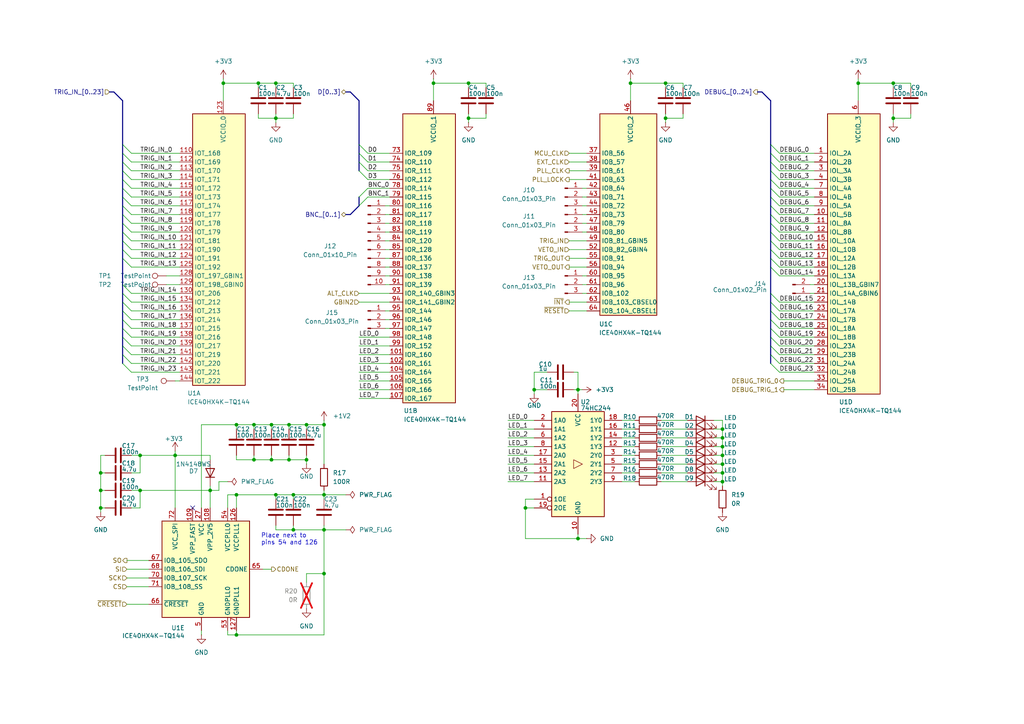
<source format=kicad_sch>
(kicad_sch (version 20250114) (generator "eeschema") (generator_version "9.0")
  (paper "A4")
  (text "Place next to\npins 54 and 126\n" (at 75.692 156.464 0) (effects (font (size 1.27 1.27)) (justify left)))
  (junction (at 50.8 132.08))
  (junction (at 78.74 123.19))
  (junction (at 29.21 142.24))
  (junction (at 209.55 134.62))
  (junction (at 93.98 123.19))
  (junction (at 154.94 113.03))
  (junction (at 73.66 123.19))
  (junction (at 64.77 24.13))
  (junction (at 209.55 129.54))
  (junction (at 83.82 123.19))
  (junction (at 259.08 34.29))
  (junction (at 152.4 147.32))
  (junction (at 29.21 137.16))
  (junction (at 193.04 24.13))
  (junction (at 73.66 133.35))
  (junction (at 248.92 24.13))
  (junction (at 259.08 24.13))
  (junction (at 80.01 143.51))
  (junction (at 80.01 24.13))
  (junction (at 93.98 143.51))
  (junction (at 209.55 137.16))
  (junction (at 85.09 153.67))
  (junction (at 135.89 24.13))
  (junction (at 167.64 113.03))
  (junction (at 209.55 124.46))
  (junction (at 74.93 24.13))
  (junction (at 209.55 127))
  (junction (at 85.09 143.51))
  (junction (at 193.04 34.29))
  (junction (at 182.88 24.13))
  (junction (at 80.01 34.29))
  (junction (at 135.89 34.29))
  (junction (at 68.58 123.19))
  (junction (at 93.98 153.67))
  (junction (at 93.98 166.37))
  (junction (at 78.74 133.35))
  (junction (at 209.55 139.7))
  (junction (at 167.64 156.21))
  (junction (at 83.82 133.35))
  (junction (at 29.21 147.32))
  (junction (at 88.9 133.35))
  (junction (at 40.64 132.08))
  (junction (at 209.55 132.08))
  (junction (at 125.73 24.13))
  (junction (at 60.96 142.24))
  (junction (at 40.64 142.24))
  (junction (at 88.9 123.19))
  (junction (at 68.58 143.51))
  (junction (at 68.58 184.15))
  (no_connect (at 55.88 147.32))
  (bus_entry (at 35.56 82.55) (size 2.54 2.54))
  (bus_entry (at 223.52 90.17) (size 2.54 2.54))
  (bus_entry (at 223.52 74.93) (size 2.54 2.54))
  (bus_entry (at 223.52 72.39) (size 2.54 2.54))
  (bus_entry (at 223.52 46.99) (size 2.54 2.54))
  (bus_entry (at 35.56 92.71) (size 2.54 2.54))
  (bus_entry (at 35.56 97.79) (size 2.54 2.54))
  (bus_entry (at 35.56 74.93) (size 2.54 2.54))
  (bus_entry (at 223.52 92.71) (size 2.54 2.54))
  (bus_entry (at 223.52 54.61) (size 2.54 2.54))
  (bus_entry (at 35.56 44.45) (size 2.54 2.54))
  (bus_entry (at 104.14 41.91) (size 2.54 2.54))
  (bus_entry (at 35.56 90.17) (size 2.54 2.54))
  (bus_entry (at 223.52 57.15) (size 2.54 2.54))
  (bus_entry (at 35.56 54.61) (size 2.54 2.54))
  (bus_entry (at 106.68 54.61) (size -2.54 2.54))
  (bus_entry (at 223.52 85.09) (size 2.54 2.54))
  (bus_entry (at 35.56 64.77) (size 2.54 2.54))
  (bus_entry (at 223.52 97.79) (size 2.54 2.54))
  (bus_entry (at 35.56 62.23) (size 2.54 2.54))
  (bus_entry (at 35.56 52.07) (size 2.54 2.54))
  (bus_entry (at 35.56 85.09) (size 2.54 2.54))
  (bus_entry (at 35.56 67.31) (size 2.54 2.54))
  (bus_entry (at 35.56 69.85) (size 2.54 2.54))
  (bus_entry (at 35.56 57.15) (size 2.54 2.54))
  (bus_entry (at 35.56 46.99) (size 2.54 2.54))
  (bus_entry (at 35.56 100.33) (size 2.54 2.54))
  (bus_entry (at 35.56 102.87) (size 2.54 2.54))
  (bus_entry (at 35.56 95.25) (size 2.54 2.54))
  (bus_entry (at 35.56 87.63) (size 2.54 2.54))
  (bus_entry (at 106.68 57.15) (size -2.54 2.54))
  (bus_entry (at 223.52 59.69) (size 2.54 2.54))
  (bus_entry (at 223.52 69.85) (size 2.54 2.54))
  (bus_entry (at 223.52 102.87) (size 2.54 2.54))
  (bus_entry (at 223.52 41.91) (size 2.54 2.54))
  (bus_entry (at 104.14 46.99) (size 2.54 2.54))
  (bus_entry (at 35.56 41.91) (size 2.54 2.54))
  (bus_entry (at 223.52 100.33) (size 2.54 2.54))
  (bus_entry (at 35.56 72.39) (size 2.54 2.54))
  (bus_entry (at 104.14 49.53) (size 2.54 2.54))
  (bus_entry (at 223.52 62.23) (size 2.54 2.54))
  (bus_entry (at 223.52 52.07) (size 2.54 2.54))
  (bus_entry (at 223.52 105.41) (size 2.54 2.54))
  (bus_entry (at 223.52 95.25) (size 2.54 2.54))
  (bus_entry (at 35.56 49.53) (size 2.54 2.54))
  (bus_entry (at 35.56 59.69) (size 2.54 2.54))
  (bus_entry (at 223.52 49.53) (size 2.54 2.54))
  (bus_entry (at 223.52 44.45) (size 2.54 2.54))
  (bus_entry (at 223.52 67.31) (size 2.54 2.54))
  (bus_entry (at 104.14 44.45) (size 2.54 2.54))
  (bus_entry (at 223.52 64.77) (size 2.54 2.54))
  (bus_entry (at 35.56 105.41) (size 2.54 2.54))
  (bus_entry (at 223.52 87.63) (size 2.54 2.54))
  (bus_entry (at 223.52 77.47) (size 2.54 2.54))
  (wire (pts (xy 68.58 184.15) (xy 93.98 184.15)))
  (wire (pts (xy 68.58 123.19) (xy 68.58 124.46)))
  (bus (pts (xy 35.56 102.87) (xy 35.56 105.41)))
  (wire (pts (xy 165.1 49.53) (xy 170.18 49.53)))
  (wire (pts (xy 38.1 74.93) (xy 52.07 74.93)))
  (wire (pts (xy 147.32 127) (xy 154.94 127)))
  (wire (pts (xy 60.96 140.97) (xy 60.96 142.24)))
  (bus (pts (xy 223.52 77.47) (xy 223.52 74.93)))
  (wire (pts (xy 207.01 134.62) (xy 209.55 134.62)))
  (wire (pts (xy 226.06 46.99) (xy 236.22 46.99)))
  (wire (pts (xy 104.14 105.41) (xy 113.03 105.41)))
  (wire (pts (xy 180.34 132.08) (xy 184.15 132.08)))
  (wire (pts (xy 111.76 74.93) (xy 113.03 74.93)))
  (wire (pts (xy 88.9 166.37) (xy 93.98 166.37)))
  (wire (pts (xy 168.91 54.61) (xy 170.18 54.61)))
  (wire (pts (xy 135.89 34.29) (xy 135.89 35.56)))
  (wire (pts (xy 226.06 87.63) (xy 236.22 87.63)))
  (wire (pts (xy 85.09 153.67) (xy 93.98 153.67)))
  (wire (pts (xy 68.58 182.88) (xy 68.58 184.15)))
  (wire (pts (xy 73.66 123.19) (xy 73.66 124.46)))
  (wire (pts (xy 80.01 152.4) (xy 80.01 153.67)))
  (wire (pts (xy 180.34 134.62) (xy 184.15 134.62)))
  (wire (pts (xy 38.1 69.85) (xy 52.07 69.85)))
  (wire (pts (xy 111.76 62.23) (xy 113.03 62.23)))
  (wire (pts (xy 140.97 24.13) (xy 140.97 25.4)))
  (wire (pts (xy 207.01 137.16) (xy 209.55 137.16)))
  (wire (pts (xy 106.68 52.07) (xy 113.03 52.07)))
  (wire (pts (xy 180.34 129.54) (xy 184.15 129.54)))
  (wire (pts (xy 38.1 132.08) (xy 40.64 132.08)))
  (wire (pts (xy 111.76 59.69) (xy 113.03 59.69)))
  (wire (pts (xy 66.04 184.15) (xy 68.58 184.15)))
  (bus (pts (xy 223.52 46.99) (xy 223.52 44.45)))
  (wire (pts (xy 154.94 144.78) (xy 152.4 144.78)))
  (bus (pts (xy 35.56 62.23) (xy 35.56 64.77)))
  (wire (pts (xy 191.77 129.54) (xy 199.39 129.54)))
  (wire (pts (xy 125.73 22.86) (xy 125.73 24.13)))
  (wire (pts (xy 259.08 24.13) (xy 264.16 24.13)))
  (wire (pts (xy 168.91 64.77) (xy 170.18 64.77)))
  (wire (pts (xy 106.68 54.61) (xy 113.03 54.61)))
  (bus (pts (xy 35.56 90.17) (xy 35.56 92.71)))
  (bus (pts (xy 35.56 44.45) (xy 35.56 46.99)))
  (wire (pts (xy 40.64 142.24) (xy 60.96 142.24)))
  (bus (pts (xy 104.14 46.99) (xy 104.14 44.45)))
  (wire (pts (xy 38.1 107.95) (xy 52.07 107.95)))
  (wire (pts (xy 38.1 64.77) (xy 52.07 64.77)))
  (wire (pts (xy 147.32 137.16) (xy 154.94 137.16)))
  (wire (pts (xy 74.93 24.13) (xy 64.77 24.13)))
  (wire (pts (xy 36.83 175.26) (xy 43.18 175.26)))
  (wire (pts (xy 36.83 165.1) (xy 43.18 165.1)))
  (wire (pts (xy 73.66 123.19) (xy 78.74 123.19)))
  (wire (pts (xy 226.06 44.45) (xy 236.22 44.45)))
  (bus (pts (xy 223.52 41.91) (xy 223.52 29.21)))
  (wire (pts (xy 38.1 54.61) (xy 52.07 54.61)))
  (wire (pts (xy 88.9 133.35) (xy 83.82 133.35)))
  (wire (pts (xy 226.06 92.71) (xy 236.22 92.71)))
  (wire (pts (xy 168.91 85.09) (xy 170.18 85.09)))
  (wire (pts (xy 36.83 162.56) (xy 43.18 162.56)))
  (wire (pts (xy 165.1 46.99) (xy 170.18 46.99)))
  (wire (pts (xy 207.01 127) (xy 209.55 127)))
  (wire (pts (xy 38.1 137.16) (xy 40.64 137.16)))
  (bus (pts (xy 223.52 87.63) (xy 223.52 85.09)))
  (bus (pts (xy 104.14 41.91) (xy 104.14 29.21)))
  (wire (pts (xy 66.04 182.88) (xy 66.04 184.15)))
  (wire (pts (xy 80.01 25.4) (xy 80.01 24.13)))
  (wire (pts (xy 93.98 184.15) (xy 93.98 166.37)))
  (wire (pts (xy 50.8 132.08) (xy 50.8 147.32)))
  (wire (pts (xy 193.04 24.13) (xy 182.88 24.13)))
  (wire (pts (xy 73.66 133.35) (xy 78.74 133.35)))
  (wire (pts (xy 38.1 77.47) (xy 52.07 77.47)))
  (wire (pts (xy 168.91 62.23) (xy 170.18 62.23)))
  (bus (pts (xy 35.56 74.93) (xy 35.56 82.55)))
  (wire (pts (xy 111.76 82.55) (xy 113.03 82.55)))
  (bus (pts (xy 104.14 57.15) (xy 104.14 59.69)))
  (wire (pts (xy 125.73 24.13) (xy 125.73 29.21)))
  (bus (pts (xy 35.56 41.91) (xy 35.56 44.45)))
  (wire (pts (xy 226.06 97.79) (xy 236.22 97.79)))
  (wire (pts (xy 38.1 147.32) (xy 40.64 147.32)))
  (bus (pts (xy 223.52 102.87) (xy 223.52 100.33)))
  (wire (pts (xy 48.26 80.01) (xy 52.07 80.01)))
  (wire (pts (xy 180.34 127) (xy 184.15 127)))
  (wire (pts (xy 111.76 77.47) (xy 113.03 77.47)))
  (wire (pts (xy 29.21 137.16) (xy 29.21 142.24)))
  (bus (pts (xy 35.56 49.53) (xy 35.56 52.07)))
  (wire (pts (xy 30.48 142.24) (xy 29.21 142.24)))
  (bus (pts (xy 223.52 67.31) (xy 223.52 64.77)))
  (wire (pts (xy 60.96 133.35) (xy 60.96 132.08)))
  (wire (pts (xy 191.77 124.46) (xy 199.39 124.46)))
  (wire (pts (xy 226.06 95.25) (xy 236.22 95.25)))
  (bus (pts (xy 223.52 72.39) (xy 223.52 69.85)))
  (wire (pts (xy 154.94 107.95) (xy 154.94 113.03)))
  (wire (pts (xy 83.82 123.19) (xy 78.74 123.19)))
  (bus (pts (xy 35.56 87.63) (xy 35.56 90.17)))
  (wire (pts (xy 264.16 24.13) (xy 264.16 25.4)))
  (bus (pts (xy 223.52 57.15) (xy 223.52 54.61)))
  (wire (pts (xy 30.48 147.32) (xy 29.21 147.32)))
  (wire (pts (xy 88.9 133.35) (xy 88.9 134.62)))
  (wire (pts (xy 209.55 134.62) (xy 209.55 132.08)))
  (wire (pts (xy 85.09 24.13) (xy 85.09 25.4)))
  (wire (pts (xy 209.55 132.08) (xy 209.55 129.54)))
  (wire (pts (xy 88.9 123.19) (xy 88.9 124.46)))
  (wire (pts (xy 29.21 137.16) (xy 29.21 132.08)))
  (wire (pts (xy 167.64 156.21) (xy 167.64 154.94)))
  (wire (pts (xy 209.55 137.16) (xy 209.55 134.62)))
  (wire (pts (xy 135.89 24.13) (xy 140.97 24.13)))
  (wire (pts (xy 104.14 115.57) (xy 113.03 115.57)))
  (wire (pts (xy 50.8 130.81) (xy 50.8 132.08)))
  (wire (pts (xy 80.01 24.13) (xy 74.93 24.13)))
  (wire (pts (xy 209.55 137.16) (xy 209.55 139.7)))
  (bus (pts (xy 104.14 49.53) (xy 104.14 46.99)))
  (wire (pts (xy 78.74 132.08) (xy 78.74 133.35)))
  (bus (pts (xy 223.52 64.77) (xy 223.52 62.23)))
  (wire (pts (xy 106.68 46.99) (xy 113.03 46.99)))
  (wire (pts (xy 83.82 123.19) (xy 83.82 124.46)))
  (wire (pts (xy 135.89 24.13) (xy 125.73 24.13)))
  (wire (pts (xy 226.06 67.31) (xy 236.22 67.31)))
  (bus (pts (xy 223.52 92.71) (xy 223.52 90.17)))
  (wire (pts (xy 85.09 143.51) (xy 85.09 144.78)))
  (wire (pts (xy 226.06 54.61) (xy 236.22 54.61)))
  (wire (pts (xy 147.32 124.46) (xy 154.94 124.46)))
  (wire (pts (xy 38.1 97.79) (xy 52.07 97.79)))
  (wire (pts (xy 111.76 80.01) (xy 113.03 80.01)))
  (wire (pts (xy 165.1 72.39) (xy 170.18 72.39)))
  (wire (pts (xy 191.77 134.62) (xy 199.39 134.62)))
  (bus (pts (xy 35.56 64.77) (xy 35.56 67.31)))
  (wire (pts (xy 93.98 153.67) (xy 93.98 152.4)))
  (wire (pts (xy 38.1 100.33) (xy 52.07 100.33)))
  (wire (pts (xy 209.55 129.54) (xy 209.55 127)))
  (wire (pts (xy 106.68 57.15) (xy 113.03 57.15)))
  (wire (pts (xy 64.77 24.13) (xy 64.77 29.21)))
  (wire (pts (xy 40.64 147.32) (xy 40.64 142.24)))
  (wire (pts (xy 104.14 107.95) (xy 113.03 107.95)))
  (wire (pts (xy 226.06 102.87) (xy 236.22 102.87)))
  (wire (pts (xy 226.06 80.01) (xy 236.22 80.01)))
  (wire (pts (xy 106.68 49.53) (xy 113.03 49.53)))
  (wire (pts (xy 264.16 33.02) (xy 264.16 34.29)))
  (wire (pts (xy 111.76 67.31) (xy 113.03 67.31)))
  (wire (pts (xy 36.83 167.64) (xy 43.18 167.64)))
  (wire (pts (xy 88.9 132.08) (xy 88.9 133.35)))
  (wire (pts (xy 93.98 121.92) (xy 93.98 123.19)))
  (wire (pts (xy 104.14 110.49) (xy 113.03 110.49)))
  (wire (pts (xy 50.8 110.49) (xy 52.07 110.49)))
  (wire (pts (xy 74.93 25.4) (xy 74.93 24.13)))
  (wire (pts (xy 165.1 90.17) (xy 170.18 90.17)))
  (bus (pts (xy 35.56 100.33) (xy 35.56 102.87)))
  (wire (pts (xy 193.04 25.4) (xy 193.04 24.13)))
  (wire (pts (xy 29.21 147.32) (xy 29.21 142.24)))
  (wire (pts (xy 104.14 113.03) (xy 113.03 113.03)))
  (wire (pts (xy 152.4 144.78) (xy 152.4 147.32)))
  (wire (pts (xy 147.32 129.54) (xy 154.94 129.54)))
  (bus (pts (xy 223.52 49.53) (xy 223.52 46.99)))
  (wire (pts (xy 259.08 34.29) (xy 259.08 35.56)))
  (wire (pts (xy 191.77 139.7) (xy 199.39 139.7)))
  (bus (pts (xy 35.56 52.07) (xy 35.56 54.61)))
  (wire (pts (xy 30.48 137.16) (xy 29.21 137.16)))
  (wire (pts (xy 85.09 33.02) (xy 85.09 34.29)))
  (wire (pts (xy 147.32 139.7) (xy 154.94 139.7)))
  (wire (pts (xy 78.74 133.35) (xy 83.82 133.35)))
  (wire (pts (xy 140.97 33.02) (xy 140.97 34.29)))
  (wire (pts (xy 58.42 147.32) (xy 58.42 123.19)))
  (wire (pts (xy 182.88 24.13) (xy 182.88 29.21)))
  (wire (pts (xy 180.34 137.16) (xy 184.15 137.16)))
  (wire (pts (xy 68.58 147.32) (xy 68.58 143.51)))
  (wire (pts (xy 78.74 123.19) (xy 78.74 124.46)))
  (bus (pts (xy 101.6 26.67) (xy 104.14 29.21)))
  (wire (pts (xy 152.4 147.32) (xy 152.4 156.21)))
  (wire (pts (xy 48.26 82.55) (xy 52.07 82.55)))
  (wire (pts (xy 226.06 49.53) (xy 236.22 49.53)))
  (wire (pts (xy 104.14 87.63) (xy 113.03 87.63)))
  (wire (pts (xy 68.58 133.35) (xy 73.66 133.35)))
  (bus (pts (xy 35.56 29.21) (xy 33.02 26.67)))
  (wire (pts (xy 135.89 25.4) (xy 135.89 24.13)))
  (wire (pts (xy 166.37 107.95) (xy 167.64 107.95)))
  (bus (pts (xy 104.14 44.45) (xy 104.14 41.91)))
  (wire (pts (xy 104.14 102.87) (xy 113.03 102.87)))
  (wire (pts (xy 168.91 59.69) (xy 170.18 59.69)))
  (wire (pts (xy 147.32 121.92) (xy 154.94 121.92)))
  (bus (pts (xy 35.56 54.61) (xy 35.56 57.15)))
  (wire (pts (xy 111.76 72.39) (xy 113.03 72.39)))
  (wire (pts (xy 60.96 147.32) (xy 60.96 142.24)))
  (wire (pts (xy 88.9 166.37) (xy 88.9 168.91)))
  (wire (pts (xy 104.14 85.09) (xy 113.03 85.09)))
  (wire (pts (xy 38.1 67.31) (xy 52.07 67.31)))
  (wire (pts (xy 38.1 142.24) (xy 40.64 142.24)))
  (wire (pts (xy 209.55 121.92) (xy 207.01 121.92)))
  (wire (pts (xy 40.64 132.08) (xy 50.8 132.08)))
  (wire (pts (xy 66.04 147.32) (xy 66.04 143.51)))
  (wire (pts (xy 38.1 49.53) (xy 52.07 49.53)))
  (wire (pts (xy 191.77 121.92) (xy 199.39 121.92)))
  (wire (pts (xy 191.77 137.16) (xy 199.39 137.16)))
  (wire (pts (xy 180.34 139.7) (xy 184.15 139.7)))
  (wire (pts (xy 50.8 132.08) (xy 60.96 132.08)))
  (wire (pts (xy 58.42 182.88) (xy 58.42 184.15)))
  (wire (pts (xy 168.91 82.55) (xy 170.18 82.55)))
  (bus (pts (xy 35.56 85.09) (xy 35.56 87.63)))
  (wire (pts (xy 226.06 107.95) (xy 236.22 107.95)))
  (wire (pts (xy 259.08 25.4) (xy 259.08 24.13)))
  (bus (pts (xy 223.52 44.45) (xy 223.52 41.91)))
  (wire (pts (xy 226.06 62.23) (xy 236.22 62.23)))
  (wire (pts (xy 38.1 59.69) (xy 52.07 59.69)))
  (wire (pts (xy 248.92 22.86) (xy 248.92 24.13)))
  (wire (pts (xy 58.42 123.19) (xy 68.58 123.19)))
  (wire (pts (xy 198.12 24.13) (xy 198.12 25.4)))
  (wire (pts (xy 154.94 114.3) (xy 154.94 113.03)))
  (wire (pts (xy 209.55 124.46) (xy 209.55 121.92)))
  (wire (pts (xy 88.9 123.19) (xy 93.98 123.19)))
  (wire (pts (xy 93.98 143.51) (xy 100.33 143.51)))
  (bus (pts (xy 223.52 85.09) (xy 223.52 77.47)))
  (wire (pts (xy 234.95 85.09) (xy 236.22 85.09)))
  (wire (pts (xy 226.06 64.77) (xy 236.22 64.77)))
  (wire (pts (xy 226.06 69.85) (xy 236.22 69.85)))
  (wire (pts (xy 165.1 69.85) (xy 170.18 69.85)))
  (wire (pts (xy 226.06 77.47) (xy 236.22 77.47)))
  (wire (pts (xy 63.5 139.7) (xy 63.5 142.24)))
  (wire (pts (xy 147.32 134.62) (xy 154.94 134.62)))
  (wire (pts (xy 209.55 127) (xy 209.55 124.46)))
  (bus (pts (xy 223.52 97.79) (xy 223.52 95.25)))
  (wire (pts (xy 209.55 139.7) (xy 209.55 140.97)))
  (wire (pts (xy 168.91 80.01) (xy 170.18 80.01)))
  (wire (pts (xy 80.01 34.29) (xy 85.09 34.29)))
  (wire (pts (xy 207.01 139.7) (xy 209.55 139.7)))
  (wire (pts (xy 80.01 143.51) (xy 68.58 143.51)))
  (wire (pts (xy 165.1 52.07) (xy 170.18 52.07)))
  (wire (pts (xy 227.33 113.03) (xy 236.22 113.03)))
  (wire (pts (xy 76.2 165.1) (xy 78.74 165.1)))
  (wire (pts (xy 167.64 113.03) (xy 168.91 113.03)))
  (bus (pts (xy 223.52 54.61) (xy 223.52 52.07)))
  (wire (pts (xy 191.77 127) (xy 199.39 127)))
  (wire (pts (xy 248.92 24.13) (xy 248.92 29.21)))
  (wire (pts (xy 226.06 59.69) (xy 236.22 59.69)))
  (wire (pts (xy 38.1 62.23) (xy 52.07 62.23)))
  (wire (pts (xy 154.94 113.03) (xy 158.75 113.03)))
  (wire (pts (xy 104.14 97.79) (xy 113.03 97.79)))
  (bus (pts (xy 219.71 26.67) (xy 220.98 26.67)))
  (wire (pts (xy 193.04 34.29) (xy 198.12 34.29)))
  (wire (pts (xy 68.58 123.19) (xy 73.66 123.19)))
  (bus (pts (xy 35.56 59.69) (xy 35.56 62.23)))
  (wire (pts (xy 182.88 22.86) (xy 182.88 24.13)))
  (wire (pts (xy 167.64 156.21) (xy 170.18 156.21)))
  (wire (pts (xy 259.08 33.02) (xy 259.08 34.29)))
  (wire (pts (xy 207.01 124.46) (xy 209.55 124.46)))
  (wire (pts (xy 167.64 113.03) (xy 167.64 114.3)))
  (bus (pts (xy 100.33 62.23) (xy 101.6 62.23)))
  (wire (pts (xy 83.82 132.08) (xy 83.82 133.35)))
  (bus (pts (xy 31.75 26.67) (xy 33.02 26.67)))
  (wire (pts (xy 226.06 72.39) (xy 236.22 72.39)))
  (wire (pts (xy 152.4 156.21) (xy 167.64 156.21)))
  (bus (pts (xy 35.56 92.71) (xy 35.56 95.25)))
  (wire (pts (xy 165.1 77.47) (xy 170.18 77.47)))
  (wire (pts (xy 135.89 34.29) (xy 140.97 34.29)))
  (bus (pts (xy 35.56 46.99) (xy 35.56 49.53)))
  (wire (pts (xy 180.34 124.46) (xy 184.15 124.46)))
  (bus (pts (xy 223.52 69.85) (xy 223.52 67.31)))
  (wire (pts (xy 111.76 69.85) (xy 113.03 69.85)))
  (bus (pts (xy 100.33 26.67) (xy 101.6 26.67)))
  (wire (pts (xy 226.06 57.15) (xy 236.22 57.15)))
  (bus (pts (xy 35.56 72.39) (xy 35.56 74.93)))
  (wire (pts (xy 135.89 33.02) (xy 135.89 34.29)))
  (bus (pts (xy 220.98 26.67) (xy 223.52 29.21)))
  (wire (pts (xy 226.06 52.07) (xy 236.22 52.07)))
  (wire (pts (xy 152.4 147.32) (xy 154.94 147.32)))
  (wire (pts (xy 66.04 143.51) (xy 68.58 143.51)))
  (wire (pts (xy 38.1 92.71) (xy 52.07 92.71)))
  (wire (pts (xy 29.21 148.59) (xy 29.21 147.32)))
  (bus (pts (xy 35.56 57.15) (xy 35.56 59.69)))
  (bus (pts (xy 223.52 59.69) (xy 223.52 57.15)))
  (wire (pts (xy 165.1 44.45) (xy 170.18 44.45)))
  (wire (pts (xy 207.01 132.08) (xy 209.55 132.08)))
  (wire (pts (xy 259.08 34.29) (xy 264.16 34.29)))
  (wire (pts (xy 111.76 95.25) (xy 113.03 95.25)))
  (wire (pts (xy 226.06 74.93) (xy 236.22 74.93)))
  (wire (pts (xy 38.1 102.87) (xy 52.07 102.87)))
  (bus (pts (xy 223.52 74.93) (xy 223.52 72.39)))
  (wire (pts (xy 226.06 105.41) (xy 236.22 105.41)))
  (wire (pts (xy 38.1 44.45) (xy 52.07 44.45)))
  (bus (pts (xy 35.56 29.21) (xy 35.56 41.91)))
  (wire (pts (xy 166.37 113.03) (xy 167.64 113.03)))
  (wire (pts (xy 74.93 33.02) (xy 74.93 34.29)))
  (wire (pts (xy 64.77 22.86) (xy 64.77 24.13)))
  (wire (pts (xy 85.09 143.51) (xy 80.01 143.51)))
  (wire (pts (xy 85.09 152.4) (xy 85.09 153.67)))
  (wire (pts (xy 193.04 34.29) (xy 193.04 35.56)))
  (wire (pts (xy 38.1 95.25) (xy 52.07 95.25)))
  (wire (pts (xy 40.64 137.16) (xy 40.64 132.08)))
  (bus (pts (xy 223.52 105.41) (xy 223.52 102.87)))
  (wire (pts (xy 193.04 33.02) (xy 193.04 34.29)))
  (wire (pts (xy 80.01 153.67) (xy 85.09 153.67)))
  (bus (pts (xy 223.52 62.23) (xy 223.52 59.69)))
  (wire (pts (xy 111.76 92.71) (xy 113.03 92.71)))
  (wire (pts (xy 80.01 34.29) (xy 80.01 35.56)))
  (wire (pts (xy 93.98 142.24) (xy 93.98 143.51)))
  (wire (pts (xy 93.98 153.67) (xy 100.33 153.67)))
  (wire (pts (xy 38.1 85.09) (xy 52.07 85.09)))
  (wire (pts (xy 68.58 132.08) (xy 68.58 133.35)))
  (wire (pts (xy 93.98 166.37) (xy 93.98 153.67)))
  (wire (pts (xy 165.1 74.93) (xy 170.18 74.93)))
  (wire (pts (xy 80.01 24.13) (xy 85.09 24.13)))
  (wire (pts (xy 93.98 123.19) (xy 93.98 134.62)))
  (wire (pts (xy 154.94 107.95) (xy 158.75 107.95)))
  (wire (pts (xy 191.77 132.08) (xy 199.39 132.08)))
  (wire (pts (xy 30.48 132.08) (xy 29.21 132.08)))
  (bus (pts (xy 35.56 67.31) (xy 35.56 69.85)))
  (wire (pts (xy 207.01 129.54) (xy 209.55 129.54)))
  (wire (pts (xy 88.9 123.19) (xy 83.82 123.19)))
  (wire (pts (xy 38.1 90.17) (xy 52.07 90.17)))
  (wire (pts (xy 66.04 139.7) (xy 63.5 139.7)))
  (bus (pts (xy 223.52 90.17) (xy 223.52 87.63)))
  (wire (pts (xy 36.83 170.18) (xy 43.18 170.18)))
  (bus (pts (xy 35.56 95.25) (xy 35.56 97.79)))
  (wire (pts (xy 106.68 44.45) (xy 113.03 44.45)))
  (wire (pts (xy 226.06 100.33) (xy 236.22 100.33)))
  (bus (pts (xy 35.56 82.55) (xy 35.56 85.09)))
  (bus (pts (xy 35.56 69.85) (xy 35.56 72.39)))
  (bus (pts (xy 223.52 100.33) (xy 223.52 97.79)))
  (wire (pts (xy 38.1 72.39) (xy 52.07 72.39)))
  (wire (pts (xy 80.01 143.51) (xy 80.01 144.78)))
  (bus (pts (xy 223.52 95.25) (xy 223.52 92.71)))
  (bus (pts (xy 223.52 52.07) (xy 223.52 49.53)))
  (wire (pts (xy 111.76 90.17) (xy 113.03 90.17)))
  (wire (pts (xy 38.1 87.63) (xy 52.07 87.63)))
  (wire (pts (xy 104.14 100.33) (xy 113.03 100.33)))
  (wire (pts (xy 80.01 34.29) (xy 74.93 34.29)))
  (wire (pts (xy 73.66 132.08) (xy 73.66 133.35)))
  (wire (pts (xy 226.06 90.17) (xy 236.22 90.17)))
  (wire (pts (xy 38.1 57.15) (xy 52.07 57.15)))
  (bus (pts (xy 35.56 97.79) (xy 35.56 100.33)))
  (wire (pts (xy 93.98 143.51) (xy 85.09 143.51)))
  (wire (pts (xy 80.01 33.02) (xy 80.01 34.29)))
  (wire (pts (xy 198.12 33.02) (xy 198.12 34.29)))
  (wire (pts (xy 168.91 57.15) (xy 170.18 57.15)))
  (wire (pts (xy 147.32 132.08) (xy 154.94 132.08)))
  (wire (pts (xy 167.64 107.95) (xy 167.64 113.03)))
  (wire (pts (xy 234.95 82.55) (xy 236.22 82.55)))
  (wire (pts (xy 38.1 105.41) (xy 52.07 105.41)))
  (wire (pts (xy 38.1 52.07) (xy 52.07 52.07)))
  (wire (pts (xy 111.76 64.77) (xy 113.03 64.77)))
  (wire (pts (xy 193.04 24.13) (xy 198.12 24.13)))
  (wire (pts (xy 63.5 142.24) (xy 60.96 142.24)))
  (wire (pts (xy 180.34 121.92) (xy 184.15 121.92)))
  (wire (pts (xy 227.33 110.49) (xy 236.22 110.49)))
  (wire (pts (xy 259.08 24.13) (xy 248.92 24.13)))
  (wire (pts (xy 165.1 87.63) (xy 170.18 87.63)))
  (bus (pts (xy 104.14 59.69) (xy 101.6 62.23)))
  (wire (pts (xy 168.91 67.31) (xy 170.18 67.31)))
  (wire (pts (xy 38.1 46.99) (xy 52.07 46.99)))
  (wire (pts (xy 93.98 143.51) (xy 93.98 144.78)))
  (label "TRIG_IN_14" (at 40.64 85.09 0))
  (label "LED_2" (at 104.14 102.87 0))
  (label "DEBUG_20" (at 226.06 100.33 0))
  (label "TRIG_IN_11" (at 40.64 72.39 0))
  (label "BNC_0" (at 106.68 54.61 0))
  (label "DEBUG_1" (at 226.06 46.99 0))
  (label "TRIG_IN_21" (at 40.64 102.87 0))
  (label "TRIG_IN_18" (at 40.64 95.25 0))
  (label "DEBUG_18" (at 226.06 95.25 0))
  (label "TRIG_IN_2" (at 40.64 49.53 0))
  (label "LED_6" (at 147.32 137.16 0))
  (label "DEBUG_13" (at 226.06 77.47 0))
  (label "TRIG_IN_0" (at 40.64 44.45 0))
  (label "DEBUG_10" (at 226.06 69.85 0))
  (label "D3" (at 106.68 52.07 0))
  (label "TRIG_IN_15" (at 40.64 87.63 0))
  (label "LED_1" (at 147.32 124.46 0))
  (label "TRIG_IN_4" (at 40.64 54.61 0))
  (label "LED_3" (at 147.32 129.54 0))
  (label "DEBUG_19" (at 226.06 97.79 0))
  (label "TRIG_IN_9" (at 40.64 67.31 0))
  (label "D0" (at 106.68 44.45 0))
  (label "DEBUG_5" (at 226.06 57.15 0))
  (label "LED_0" (at 104.14 97.79 0))
  (label "LED_4" (at 147.32 132.08 0))
  (label "TRIG_IN_3" (at 40.64 52.07 0))
  (label "TRIG_IN_22" (at 40.64 105.41 0))
  (label "DEBUG_15" (at 226.06 87.63 0))
  (label "D2" (at 106.68 49.53 0))
  (label "DEBUG_6" (at 226.06 59.69 0))
  (label "TRIG_IN_8" (at 40.64 64.77 0))
  (label "TRIG_IN_17" (at 40.64 92.71 0))
  (label "LED_1" (at 104.14 100.33 0))
  (label "D1" (at 106.68 46.99 0))
  (label "DEBUG_9" (at 226.06 67.31 0))
  (label "DEBUG_17" (at 226.06 92.71 0))
  (label "DEBUG_22" (at 226.06 105.41 0))
  (label "TRIG_IN_6" (at 40.64 59.69 0))
  (label "TRIG_IN_12" (at 40.64 74.93 0))
  (label "LED_5" (at 104.14 110.49 0))
  (label "LED_4" (at 104.14 107.95 0))
  (label "TRIG_IN_7" (at 40.64 62.23 0))
  (label "TRIG_IN_19" (at 40.64 97.79 0))
  (label "DEBUG_11" (at 226.06 72.39 0))
  (label "DEBUG_16" (at 226.06 90.17 0))
  (label "TRIG_IN_13" (at 40.64 77.47 0))
  (label "LED_7" (at 147.32 139.7 0))
  (label "TRIG_IN_23" (at 40.64 107.95 0))
  (label "TRIG_IN_16" (at 40.64 90.17 0))
  (label "LED_7" (at 104.14 115.57 0))
  (label "DEBUG_12" (at 226.06 74.93 0))
  (label "TRIG_IN_20" (at 40.64 100.33 0))
  (label "DEBUG_3" (at 226.06 52.07 0))
  (label "BNC_1" (at 106.68 57.15 0))
  (label "DEBUG_14" (at 226.06 80.01 0))
  (label "TRIG_IN_5" (at 40.64 57.15 0))
  (label "DEBUG_23" (at 226.06 107.95 0))
  (label "DEBUG_2" (at 226.06 49.53 0))
  (label "LED_6" (at 104.14 113.03 0))
  (label "DEBUG_7" (at 226.06 62.23 0))
  (label "TRIG_IN_10" (at 40.64 69.85 0))
  (label "DEBUG_4" (at 226.06 54.61 0))
  (label "LED_5" (at 147.32 134.62 0))
  (label "DEBUG_0" (at 226.06 44.45 0))
  (label "DEBUG_21" (at 226.06 102.87 0))
  (label "LED_2" (at 147.32 127 0))
  (label "LED_3" (at 104.14 105.41 0))
  (label "DEBUG_8" (at 226.06 64.77 0))
  (label "TRIG_IN_1" (at 40.64 46.99 0))
  (label "LED_0" (at 147.32 121.92 0))
  (hierarchical_label "VETO_OUT" (shape output) (at 165.1 77.47 180))
  (hierarchical_label "DEBUG_TRIG_1" (shape output) (at 227.33 113.03 180))
  (hierarchical_label "CDONE" (shape output) (at 78.74 165.1 0))
  (hierarchical_label "~{INT}" (shape output) (at 165.1 87.63 180))
  (hierarchical_label "GBIN2" (shape input) (at 104.14 87.63 180))
  (hierarchical_label "SCK" (shape input) (at 36.83 167.64 180))
  (hierarchical_label "CS" (shape input) (at 36.83 170.18 180))
  (hierarchical_label "~{RESET}" (shape input) (at 165.1 90.17 180))
  (hierarchical_label "~{CRESET}" (shape input) (at 36.83 175.26 180))
  (hierarchical_label "EXT_CLK" (shape input) (at 165.1 46.99 180))
  (hierarchical_label "DEBUG_[0..24]" (shape output) (at 219.71 26.67 180))
  (hierarchical_label "SO" (shape output) (at 36.83 162.56 180))
  (hierarchical_label "MCU_CLK" (shape input) (at 165.1 44.45 180))
  (hierarchical_label "TRIG_IN_[0..23]" (shape input) (at 31.75 26.67 180))
  (hierarchical_label "TRIG_OUT" (shape output) (at 165.1 74.93 180))
  (hierarchical_label "TRIG_IN" (shape input) (at 165.1 69.85 180))
  (hierarchical_label "ALT_CLK" (shape input) (at 104.14 85.09 180))
  (hierarchical_label "SI" (shape input) (at 36.83 165.1 180))
  (hierarchical_label "BNC_[0..1]" (shape bidirectional) (at 100.33 62.23 180))
  (hierarchical_label "VETO_IN" (shape input) (at 165.1 72.39 180))
  (hierarchical_label "D[0..3]" (shape bidirectional) (at 100.33 26.67 180))
  (hierarchical_label "PLL_LOCK" (shape output) (at 165.1 52.07 180))
  (hierarchical_label "PLL_CLK" (shape output) (at 165.1 49.53 180))
  (hierarchical_label "DEBUG_TRIG_0" (shape output) (at 227.33 110.49 180))
  (symbol (lib_id "Device:R") (at 187.96 124.46 270) (unit 1)
    (property "Reference" "R11" (at 182.626 123.444 90))
    (property "Value" "470R" (at 193.04 123.19 90))
    (property "Footprint" "Resistor_SMD:R_0402_1005Metric" (effects (hide yes)))
    (property "Description" "Resistor" (effects (hide yes)))
    (property "LCSC" "C25117" (effects (hide yes)))
  )
  (symbol (lib_id "FPGA_Lattice:ICE40HX4K-TQ144") (at 182.88 64.77 0) (unit 3)
    (property "Reference" "U1" (at 173.736 93.98 0) (effects (justify left)))
    (property "Value" "ICE40HX4K-TQ144" (at 173.736 96.52 0) (effects (justify left)))
    (property "Footprint" "Package_QFP:TQFP-144_20x20mm_P0.5mm" (effects (hide yes)))
    (property "Datasheet" "http://www.latticesemi.com/Products/FPGAandCPLD/iCE40" (effects (hide yes)))
    (property "Description" "iCE40 HX FPGA, 3520 LUTs, 1.2V, TQFP-144" (effects (hide yes)))
  )
  (symbol (lib_id "FPGA_Lattice:ICE40HX4K-TQ144") (at 64.77 74.93 0) (unit 1)
    (property "Reference" "U1" (at 54.356 114.046 0) (effects (justify left)))
    (property "Value" "ICE40HX4K-TQ144" (at 54.356 116.586 0) (effects (justify left)))
    (property "Footprint" "Package_QFP:TQFP-144_20x20mm_P0.5mm" (effects (hide yes)))
    (property "Datasheet" "http://www.latticesemi.com/Products/FPGAandCPLD/iCE40" (effects (hide yes)))
    (property "Description" "iCE40 HX FPGA, 3520 LUTs, 1.2V, TQFP-144" (effects (hide yes)))
  )
  (symbol (lib_id "Device:C") (at 74.93 29.21 0) (unit 1)
    (property "Reference" "C1" (at 74.93 25.4 0) (effects (justify left)))
    (property "Value" "100n" (at 74.93 27.1779 0) (effects (justify left)))
    (property "Footprint" "Capacitor_SMD:C_0402_1005Metric" (effects (hide yes)))
    (property "Description" "Unpolarized capacitor" (effects (hide yes)))
    (property "LCSC" "C307331" (effects (hide yes)))
  )
  (symbol (lib_id "FPGA_Lattice:ICE40HX4K-TQ144") (at 248.92 74.93 0) (unit 4)
    (property "Reference" "U1" (at 243.332 116.586 0) (effects (justify left)))
    (property "Value" "ICE40HX4K-TQ144" (at 243.332 119.126 0) (effects (justify left)))
    (property "Footprint" "Package_QFP:TQFP-144_20x20mm_P0.5mm" (effects (hide yes)))
    (property "Datasheet" "http://www.latticesemi.com/Products/FPGAandCPLD/iCE40" (effects (hide yes)))
    (property "Description" "iCE40 HX FPGA, 3520 LUTs, 1.2V, TQFP-144" (effects (hide yes)))
  )
  (symbol (lib_id "FPGA_Lattice:ICE40HX4K-TQ144") (at 125.73 77.47 0) (unit 2)
    (property "Reference" "U1" (at 117.094 119.126 0) (effects (justify left)))
    (property "Value" "ICE40HX4K-TQ144" (at 117.094 121.666 0) (effects (justify left)))
    (property "Footprint" "Package_QFP:TQFP-144_20x20mm_P0.5mm" (effects (hide yes)))
    (property "Datasheet" "http://www.latticesemi.com/Products/FPGAandCPLD/iCE40" (effects (hide yes)))
    (property "Description" "iCE40 HX FPGA, 3520 LUTs, 1.2V, TQFP-144" (effects (hide yes)))
  )
  (symbol (lib_id "Device:C") (at 88.9 128.27 0) (unit 1)
    (property "Reference" "C16" (at 88.9 124.46 0) (effects (justify left)))
    (property "Value" "4.7u" (at 88.9 126.2379 0) (effects (justify left)))
    (property "Footprint" "Capacitor_SMD:C_1206_3216Metric" (effects (hide yes)))
    (property "Description" "Unpolarized capacitor" (effects (hide yes)))
    (property "LCSC" "C29823" (effects (hide yes)))
  )
  (symbol (lib_id "Device:R") (at 187.96 134.62 270) (unit 1)
    (property "Reference" "R15" (at 182.626 133.604 90))
    (property "Value" "470R" (at 193.04 133.35 90))
    (property "Footprint" "Resistor_SMD:R_0402_1005Metric" (effects (hide yes)))
    (property "Description" "Resistor" (effects (hide yes)))
    (property "LCSC" "C25117" (effects (hide yes)))
  )
  (symbol (lib_id "Device:R") (at 187.96 139.7 270) (unit 1)
    (property "Reference" "R18" (at 182.626 138.684 90))
    (property "Value" "470R" (at 193.04 138.43 90))
    (property "Footprint" "Resistor_SMD:R_0402_1005Metric" (effects (hide yes)))
    (property "Description" "Resistor" (effects (hide yes)))
    (property "LCSC" "C25117" (effects (hide yes)))
  )
  (symbol (lib_id "power:GND") (at 209.55 148.59 0) (unit 1)
    (property "Reference" "#PWR016" (effects (hide yes)))
    (property "Value" "GND" (at 209.55 153.67 0))
    (property "Description" "Power symbol creates a global label with name \"GND\" , ground" (effects (hide yes)))
  )
  (symbol (lib_id "Connector:Conn_01x10_Pin") (at 106.68 69.85 0) (unit 1)
    (property "Reference" "J12" (at 95.758 71.374 0))
    (property "Value" "Conn_01x10_Pin" (at 95.758 73.914 0))
    (property "Footprint" "Connector_PinHeader_1.00mm:PinHeader_1x10_P1.00mm_Vertical_SMD_Pin1Left" (effects (hide yes)))
    (property "Description" "Generic connector, single row, 01x10, script generated" (effects (hide yes)))
  )
  (symbol (lib_id "power:GND") (at 170.18 156.21 90) (unit 1)
    (property "Reference" "#PWR017" (effects (hide yes)))
    (property "Value" "GND" (at 173.99 156.2099 90) (effects (justify right)))
    (property "Description" "Power symbol creates a global label with name \"GND\" , ground" (effects (hide yes)))
  )
  (symbol (lib_id "Device:C") (at 80.01 148.59 0) (unit 1)
    (property "Reference" "C21" (at 80.01 144.78 0) (effects (justify left)))
    (property "Value" "100n" (at 80.01 146.5579 0) (effects (justify left)))
    (property "Footprint" "Capacitor_SMD:C_0402_1005Metric" (effects (hide yes)))
    (property "Description" "Unpolarized capacitor" (effects (hide yes)))
    (property "LCSC" "C307331" (effects (hide yes)))
  )
  (symbol (lib_id "Device:R") (at 187.96 121.92 270) (unit 1)
    (property "Reference" "R10" (at 182.626 120.904 90))
    (property "Value" "470R" (at 193.04 120.65 90))
    (property "Footprint" "Resistor_SMD:R_0402_1005Metric" (effects (hide yes)))
    (property "Description" "Resistor" (effects (hide yes)))
    (property "LCSC" "C25117" (effects (hide yes)))
  )
  (symbol (lib_id "Device:C") (at 78.74 128.27 0) (unit 1)
    (property "Reference" "C14" (at 78.74 124.46 0) (effects (justify left)))
    (property "Value" "100n" (at 78.74 126.2379 0) (effects (justify left)))
    (property "Footprint" "Capacitor_SMD:C_0402_1005Metric" (effects (hide yes)))
    (property "Description" "Unpolarized capacitor" (effects (hide yes)))
    (property "LCSC" "C307331" (effects (hide yes)))
  )
  (symbol (lib_id "power:+3V3") (at 64.77 22.86 0) (unit 1)
    (property "Reference" "#PWR02" (effects (hide yes)))
    (property "Value" "+3V3" (at 64.77 17.78 0))
    (property "Description" "Power symbol creates a global label with name \"+3V3\"" (effects (hide yes)))
  )
  (symbol (lib_id "Device:R") (at 209.55 144.78 0) (unit 1)
    (property "Reference" "R19" (at 212.09 143.5099 0) (effects (justify left)))
    (property "Value" "0R" (at 212.09 146.0499 0) (effects (justify left)))
    (property "Footprint" "Resistor_SMD:R_0402_1005Metric" (effects (hide yes)))
    (property "Description" "Resistor" (effects (hide yes)))
    (property "LCSC" "C17168" (effects (hide yes)))
  )
  (symbol (lib_id "Device:LED") (at 203.2 124.46 0) (mirror y) (unit 1)
    (property "Reference" "D2" (at 199.898 123.444 0))
    (property "Value" "LED" (at 211.836 123.698 0))
    (property "Footprint" "LED_SMD:LED_0805_2012Metric" (effects (hide yes)))
    (property "Description" "Light emitting diode" (effects (hide yes)))
    (property "Sim.Pins" "1=K 2=A" (effects (hide yes)))
    (property "LCSC" "C2297" (effects (hide yes)))
  )
  (symbol (lib_id "Device:C") (at 34.29 132.08 270) (unit 1)
    (property "Reference" "C17" (at 35.306 129.286 90) (effects (justify left)))
    (property "Value" "100n" (at 35.306 131.0639 90) (effects (justify left)))
    (property "Footprint" "Capacitor_SMD:C_0402_1005Metric" (effects (hide yes)))
    (property "Description" "Unpolarized capacitor" (effects (hide yes)))
    (property "LCSC" "C307331" (effects (hide yes)))
  )
  (symbol (lib_id "power:+3V3") (at 125.73 22.86 0) (unit 1)
    (property "Reference" "#PWR03" (effects (hide yes)))
    (property "Value" "+3V3" (at 125.73 17.78 0))
    (property "Description" "Power symbol creates a global label with name \"+3V3\"" (effects (hide yes)))
  )
  (symbol (lib_id "Device:C") (at 93.98 148.59 0) (unit 1)
    (property "Reference" "C23" (at 93.98 144.78 0) (effects (justify left)))
    (property "Value" "4.7u" (at 93.98 146.5579 0) (effects (justify left)))
    (property "Footprint" "Capacitor_SMD:C_1206_3216Metric" (effects (hide yes)))
    (property "Description" "Unpolarized capacitor" (effects (hide yes)))
    (property "LCSC" "C29823" (effects (hide yes)))
  )
  (symbol (lib_id "Device:LED") (at 203.2 132.08 0) (mirror y) (unit 1)
    (property "Reference" "D5" (at 199.898 131.064 0))
    (property "Value" "LED" (at 211.836 131.318 0))
    (property "Footprint" "LED_SMD:LED_0805_2012Metric" (effects (hide yes)))
    (property "Description" "Light emitting diode" (effects (hide yes)))
    (property "Sim.Pins" "1=K 2=A" (effects (hide yes)))
    (property "LCSC" "C2297" (effects (hide yes)))
  )
  (symbol (lib_id "Device:R") (at 187.96 137.16 270) (unit 1)
    (property "Reference" "R16" (at 182.626 136.144 90))
    (property "Value" "470R" (at 193.04 135.89 90))
    (property "Footprint" "Resistor_SMD:R_0402_1005Metric" (effects (hide yes)))
    (property "Description" "Resistor" (effects (hide yes)))
    (property "LCSC" "C25117" (effects (hide yes)))
  )
  (symbol (lib_id "Device:R") (at 187.96 129.54 270) (unit 1)
    (property "Reference" "R13" (at 182.626 128.524 90))
    (property "Value" "470R" (at 193.04 128.27 90))
    (property "Footprint" "Resistor_SMD:R_0402_1005Metric" (effects (hide yes)))
    (property "Description" "Resistor" (effects (hide yes)))
    (property "LCSC" "C25117" (effects (hide yes)))
  )
  (symbol (lib_id "power:GND") (at 259.08 35.56 0) (unit 1)
    (property "Reference" "#PWR09" (effects (hide yes)))
    (property "Value" "GND" (at 259.08 40.64 0))
    (property "Description" "Power symbol creates a global label with name \"GND\" , ground" (effects (hide yes)))
  )
  (symbol (lib_id "Device:C") (at 140.97 29.21 0) (unit 1)
    (property "Reference" "C5" (at 140.97 25.4 0) (effects (justify left)))
    (property "Value" "100n" (at 140.97 27.1779 0) (effects (justify left)))
    (property "Footprint" "Capacitor_SMD:C_0402_1005Metric" (effects (hide yes)))
    (property "Description" "Unpolarized capacitor" (effects (hide yes)))
    (property "LCSC" "C307331" (effects (hide yes)))
  )
  (symbol (lib_id "Connector:TestPoint") (at 50.8 110.49 90) (mirror x) (unit 1)
    (property "Reference" "TP3" (at 41.402 109.982 90))
    (property "Value" "TestPoint" (at 41.402 112.522 90))
    (property "Footprint" "TestPoint:TestPoint_Pad_D1.0mm" (effects (hide yes)))
    (property "Description" "test point" (effects (hide yes)))
  )
  (symbol (lib_id "Device:C") (at 73.66 128.27 0) (unit 1)
    (property "Reference" "C13" (at 73.66 124.46 0) (effects (justify left)))
    (property "Value" "100n" (at 73.66 126.2379 0) (effects (justify left)))
    (property "Footprint" "Capacitor_SMD:C_0402_1005Metric" (effects (hide yes)))
    (property "Description" "Unpolarized capacitor" (effects (hide yes)))
    (property "LCSC" "C307331" (effects (hide yes)))
  )
  (symbol (lib_id "power:GND") (at 193.04 35.56 0) (unit 1)
    (property "Reference" "#PWR08" (effects (hide yes)))
    (property "Value" "GND" (at 193.04 40.64 0))
    (property "Description" "Power symbol creates a global label with name \"GND\" , ground" (effects (hide yes)))
  )
  (symbol (lib_id "power:GND") (at 88.9 176.53 0) (unit 1)
    (property "Reference" "#PWR018" (effects (hide yes)))
    (property "Value" "GND" (at 88.9 181.61 0))
    (property "Description" "Power symbol creates a global label with name \"GND\" , ground" (effects (hide yes)))
  )
  (symbol (lib_id "74xx:74HC244") (at 167.64 134.62 0) (unit 1)
    (property "Reference" "U2" (at 168.402 116.586 0) (effects (justify left)))
    (property "Value" "74HC244" (at 168.402 118.364 0) (effects (justify left)))
    (property "Footprint" "Package_SO:TSSOP-20_4.4x6.5mm_P0.65mm" (effects (hide yes)))
    (property "Datasheet" "https://assets.nexperia.com/documents/data-sheet/74HC_HCT244.pdf" (effects (hide yes)))
    (property "Description" "8-bit Buffer/Line Driver 3-state" (effects (hide yes)))
    (property "LCSC" "C6835" (effects (hide yes)))
  )
  (symbol (lib_id "Connector:Conn_01x03_Pin") (at 106.68 92.71 0) (unit 1)
    (property "Reference" "J15" (at 96.266 90.678 0))
    (property "Value" "Conn_01x03_Pin" (at 96.266 93.218 0))
    (property "Footprint" "Connector_PinHeader_1.00mm:PinHeader_1x03_P1.00mm_Vertical_SMD_Pin1Left" (effects (hide yes)))
    (property "Description" "Generic connector, single row, 01x03, script generated" (effects (hide yes)))
  )
  (symbol (lib_id "power:GND") (at 88.9 134.62 0) (unit 1)
    (property "Reference" "#PWR014" (effects (hide yes)))
    (property "Value" "GND" (at 88.9 138.176 0))
    (property "Description" "Power symbol creates a global label with name \"GND\" , ground" (effects (hide yes)))
  )
  (symbol (lib_id "Device:C") (at 264.16 29.21 0) (unit 1)
    (property "Reference" "C9" (at 264.16 25.4 0) (effects (justify left)))
    (property "Value" "100n" (at 264.16 27.1779 0) (effects (justify left)))
    (property "Footprint" "Capacitor_SMD:C_0402_1005Metric" (effects (hide yes)))
    (property "Description" "Unpolarized capacitor" (effects (hide yes)))
    (property "LCSC" "C307331" (effects (hide yes)))
  )
  (symbol (lib_id "Device:R") (at 187.96 132.08 270) (unit 1)
    (property "Reference" "R14" (at 182.626 131.064 90))
    (property "Value" "470R" (at 193.04 130.81 90))
    (property "Footprint" "Resistor_SMD:R_0402_1005Metric" (effects (hide yes)))
    (property "Description" "Resistor" (effects (hide yes)))
    (property "LCSC" "C25117" (effects (hide yes)))
  )
  (symbol (lib_id "Device:R") (at 88.9 172.72 0) (mirror y) (unit 1) (dnp yes)
    (property "Reference" "R20" (at 86.36 171.4499 0) (effects (justify left)))
    (property "Value" "0R" (at 86.36 173.9899 0) (effects (justify left)))
    (property "Footprint" "Resistor_SMD:R_0402_1005Metric" (effects (hide yes)))
    (property "Description" "Resistor" (effects (hide yes)))
  )
  (symbol (lib_id "Device:C") (at 34.29 137.16 270) (unit 1)
    (property "Reference" "C18" (at 35.306 134.366 90) (effects (justify left)))
    (property "Value" "4.7u" (at 35.306 136.1439 90) (effects (justify left)))
    (property "Footprint" "Capacitor_SMD:C_1206_3216Metric" (effects (hide yes)))
    (property "Description" "Unpolarized capacitor" (effects (hide yes)))
    (property "LCSC" "C29823" (effects (hide yes)))
  )
  (symbol (lib_id "Connector:Conn_01x03_Pin") (at 163.83 57.15 0) (unit 1)
    (property "Reference" "J10" (at 153.416 55.118 0))
    (property "Value" "Conn_01x03_Pin" (at 153.416 57.658 0))
    (property "Footprint" "Connector_PinHeader_1.00mm:PinHeader_1x03_P1.00mm_Vertical_SMD_Pin1Left" (effects (hide yes)))
    (property "Description" "Generic connector, single row, 01x03, script generated" (effects (hide yes)))
  )
  (symbol (lib_id "power:GND") (at 154.94 114.3 0) (unit 1)
    (property "Reference" "#PWR011" (effects (hide yes)))
    (property "Value" "GND" (at 154.94 117.602 0))
    (property "Description" "Power symbol creates a global label with name \"GND\" , ground" (effects (hide yes)))
  )
  (symbol (lib_id "power:GND") (at 80.01 35.56 0) (unit 1)
    (property "Reference" "#PWR06" (effects (hide yes)))
    (property "Value" "GND" (at 80.01 40.64 0))
    (property "Description" "Power symbol creates a global label with name \"GND\" , ground" (effects (hide yes)))
  )
  (symbol (lib_id "power:+1V2") (at 93.98 121.92 0) (unit 1)
    (property "Reference" "#PWR012" (effects (hide yes)))
    (property "Value" "+1V2" (at 96.52 120.6499 0) (effects (justify left)))
    (property "Description" "Power symbol creates a global label with name \"+1V2\"" (effects (hide yes)))
  )
  (symbol (lib_id "Device:R") (at 187.96 127 270) (unit 1)
    (property "Reference" "R12" (at 182.626 125.984 90))
    (property "Value" "470R" (at 193.04 125.73 90))
    (property "Footprint" "Resistor_SMD:R_0402_1005Metric" (effects (hide yes)))
    (property "Description" "Resistor" (effects (hide yes)))
    (property "LCSC" "C25117" (effects (hide yes)))
  )
  (symbol (lib_id "Device:LED") (at 203.2 134.62 0) (mirror y) (unit 1)
    (property "Reference" "D6" (at 199.898 133.604 0))
    (property "Value" "LED" (at 211.836 133.858 0))
    (property "Footprint" "LED_SMD:LED_0805_2012Metric" (effects (hide yes)))
    (property "Description" "Light emitting diode" (effects (hide yes)))
    (property "Sim.Pins" "1=K 2=A" (effects (hide yes)))
    (property "LCSC" "C2297" (effects (hide yes)))
  )
  (symbol (lib_id "power:+3V3") (at 50.8 130.81 0) (unit 1)
    (property "Reference" "#PWR013" (effects (hide yes)))
    (property "Value" "+3V3" (at 47.752 127.254 0) (effects (justify left)))
    (property "Description" "Power symbol creates a global label with name \"+3V3\"" (effects (hide yes)))
  )
  (symbol (lib_id "Device:C") (at 83.82 128.27 0) (unit 1)
    (property "Reference" "C15" (at 83.82 124.46 0) (effects (justify left)))
    (property "Value" "100n" (at 83.82 126.2379 0) (effects (justify left)))
    (property "Footprint" "Capacitor_SMD:C_0402_1005Metric" (effects (hide yes)))
    (property "Description" "Unpolarized capacitor" (effects (hide yes)))
    (property "LCSC" "C307331" (effects (hide yes)))
  )
  (symbol (lib_id "Device:C") (at 162.56 113.03 90) (unit 1)
    (property "Reference" "C11" (at 158.496 110.236 90))
    (property "Value" "100n" (at 159.004 112.014 90))
    (property "Footprint" "Capacitor_SMD:C_0402_1005Metric" (effects (hide yes)))
    (property "Description" "Unpolarized capacitor" (effects (hide yes)))
    (property "LCSC" "C307331" (effects (hide yes)))
  )
  (symbol (lib_id "Connector:Conn_01x03_Pin") (at 163.83 64.77 0) (unit 1)
    (property "Reference" "J11" (at 153.416 62.738 0))
    (property "Value" "Conn_01x03_Pin" (at 153.416 65.278 0))
    (property "Footprint" "Connector_PinHeader_1.00mm:PinHeader_1x03_P1.00mm_Vertical_SMD_Pin1Left" (effects (hide yes)))
    (property "Description" "Generic connector, single row, 01x03, script generated" (effects (hide yes)))
  )
  (symbol (lib_id "power:+3V3") (at 182.88 22.86 0) (unit 1)
    (property "Reference" "#PWR04" (effects (hide yes)))
    (property "Value" "+3V3" (at 182.88 17.78 0))
    (property "Description" "Power symbol creates a global label with name \"+3V3\"" (effects (hide yes)))
  )
  (symbol (lib_id "Device:C") (at 135.89 29.21 0) (unit 1)
    (property "Reference" "C4" (at 135.89 25.4 0) (effects (justify left)))
    (property "Value" "100n" (at 135.89 27.1779 0) (effects (justify left)))
    (property "Footprint" "Capacitor_SMD:C_0402_1005Metric" (effects (hide yes)))
    (property "Description" "Unpolarized capacitor" (effects (hide yes)))
    (property "LCSC" "C307331" (effects (hide yes)))
  )
  (symbol (lib_id "power:+3V3") (at 168.91 113.03 270) (unit 1)
    (property "Reference" "#PWR010" (effects (hide yes)))
    (property "Value" "+3V3" (at 172.72 113.0299 90) (effects (justify left)))
    (property "Description" "Power symbol creates a global label with name \"+3V3\"" (effects (hide yes)))
  )
  (symbol (lib_id "power:GND") (at 29.21 148.59 0) (unit 1)
    (property "Reference" "#PWR015" (effects (hide yes)))
    (property "Value" "GND" (at 29.21 153.67 0))
    (property "Description" "Power symbol creates a global label with name \"GND\" , ground" (effects (hide yes)))
  )
  (symbol (lib_id "Connector:Conn_01x02_Pin") (at 229.87 85.09 0) (mirror x) (unit 1)
    (property "Reference" "J14" (at 222.25 82.2959 0) (effects (justify right)))
    (property "Value" "Conn_01x02_Pin" (at 222.504 84.074 0) (effects (justify right)))
    (property "Footprint" "Connector_PinHeader_1.00mm:PinHeader_1x02_P1.00mm_Vertical_SMD_Pin1Left" (effects (hide yes)))
    (property "Description" "Generic connector, single row, 01x02, script generated" (effects (hide yes)))
  )
  (symbol (lib_id "Device:LED") (at 203.2 127 0) (mirror y) (unit 1)
    (property "Reference" "D3" (at 199.898 125.984 0))
    (property "Value" "LED" (at 211.836 126.238 0))
    (property "Footprint" "LED_SMD:LED_0805_2012Metric" (effects (hide yes)))
    (property "Description" "Light emitting diode" (effects (hide yes)))
    (property "Sim.Pins" "1=K 2=A" (effects (hide yes)))
    (property "LCSC" "C2297" (effects (hide yes)))
  )
  (symbol (lib_id "Device:C") (at 80.01 29.21 0) (unit 1)
    (property "Reference" "C2" (at 80.01 25.4 0) (effects (justify left)))
    (property "Value" "4.7u" (at 80.01 27.1779 0) (effects (justify left)))
    (property "Footprint" "Capacitor_SMD:C_1206_3216Metric" (effects (hide yes)))
    (property "Description" "Unpolarized capacitor" (effects (hide yes)))
    (property "LCSC" "C29823" (effects (hide yes)))
  )
  (symbol (lib_id "Device:C") (at 68.58 128.27 0) (unit 1)
    (property "Reference" "C12" (at 68.58 124.46 0) (effects (justify left)))
    (property "Value" "100n" (at 68.58 126.2379 0) (effects (justify left)))
    (property "Footprint" "Capacitor_SMD:C_0402_1005Metric" (effects (hide yes)))
    (property "Description" "Unpolarized capacitor" (effects (hide yes)))
    (property "LCSC" "C307331" (effects (hide yes)))
  )
  (symbol (lib_id "power:GND") (at 58.42 184.15 0) (unit 1)
    (property "Reference" "#PWR019" (effects (hide yes)))
    (property "Value" "GND" (at 58.42 189.23 0))
    (property "Description" "Power symbol creates a global label with name \"GND\" , ground" (effects (hide yes)))
  )
  (symbol (lib_id "Device:LED") (at 203.2 121.92 0) (mirror y) (unit 1)
    (property "Reference" "D1" (at 199.898 120.904 0))
    (property "Value" "LED" (at 211.836 121.158 0))
    (property "Footprint" "LED_SMD:LED_0805_2012Metric" (effects (hide yes)))
    (property "Description" "Light emitting diode" (effects (hide yes)))
    (property "Sim.Pins" "1=K 2=A" (effects (hide yes)))
    (property "LCSC" "C2297" (effects (hide yes)))
  )
  (symbol (lib_id "Device:LED") (at 203.2 129.54 0) (mirror y) (unit 1)
    (property "Reference" "D4" (at 199.898 128.524 0))
    (property "Value" "LED" (at 211.836 128.778 0))
    (property "Footprint" "LED_SMD:LED_0805_2012Metric" (effects (hide yes)))
    (property "Description" "Light emitting diode" (effects (hide yes)))
    (property "Sim.Pins" "1=K 2=A" (effects (hide yes)))
    (property "LCSC" "C2297" (effects (hide yes)))
  )
  (symbol (lib_id "Device:LED") (at 203.2 139.7 0) (mirror y) (unit 1)
    (property "Reference" "D9" (at 199.898 138.684 0))
    (property "Value" "LED" (at 211.836 138.938 0))
    (property "Footprint" "LED_SMD:LED_0805_2012Metric" (effects (hide yes)))
    (property "Description" "Light emitting diode" (effects (hide yes)))
    (property "Sim.Pins" "1=K 2=A" (effects (hide yes)))
    (property "LCSC" "C2297" (effects (hide yes)))
  )
  (symbol (lib_id "Connector:Conn_01x03_Pin") (at 163.83 82.55 0) (unit 1)
    (property "Reference" "J13" (at 153.416 80.518 0))
    (property "Value" "Conn_01x03_Pin" (at 153.416 83.058 0))
    (property "Footprint" "Connector_PinHeader_1.00mm:PinHeader_1x03_P1.00mm_Vertical_SMD_Pin1Left" (effects (hide yes)))
    (property "Description" "Generic connector, single row, 01x03, script generated" (effects (hide yes)))
  )
  (symbol (lib_id "power:GND") (at 135.89 35.56 0) (unit 1)
    (property "Reference" "#PWR07" (effects (hide yes)))
    (property "Value" "GND" (at 135.89 40.64 0))
    (property "Description" "Power symbol creates a global label with name \"GND\" , ground" (effects (hide yes)))
  )
  (symbol (lib_id "Device:C") (at 259.08 29.21 0) (unit 1)
    (property "Reference" "C8" (at 259.08 25.4 0) (effects (justify left)))
    (property "Value" "100n" (at 259.08 27.1779 0) (effects (justify left)))
    (property "Footprint" "Capacitor_SMD:C_0402_1005Metric" (effects (hide yes)))
    (property "Description" "Unpolarized capacitor" (effects (hide yes)))
    (property "LCSC" "C307331" (effects (hide yes)))
  )
  (symbol (lib_id "Device:C") (at 85.09 148.59 0) (unit 1)
    (property "Reference" "C22" (at 85.09 144.78 0) (effects (justify left)))
    (property "Value" "100n" (at 85.09 146.5579 0) (effects (justify left)))
    (property "Footprint" "Capacitor_SMD:C_0402_1005Metric" (effects (hide yes)))
    (property "Description" "Unpolarized capacitor" (effects (hide yes)))
    (property "LCSC" "C307331" (effects (hide yes)))
  )
  (symbol (lib_id "Device:R") (at 93.98 138.43 0) (unit 1)
    (property "Reference" "R17" (at 96.52 137.1599 0) (effects (justify left)))
    (property "Value" "100R" (at 96.52 139.6999 0) (effects (justify left)))
    (property "Footprint" "Resistor_SMD:R_0402_1005Metric" (effects (hide yes)))
    (property "Description" "Resistor" (effects (hide yes)))
    (property "LCSC" "C25076" (effects (hide yes)))
  )
  (symbol (lib_id "Connector:TestPoint") (at 48.26 80.01 90) (mirror x) (unit 1)
    (property "Reference" "TP1" (at 30.48 80.01 90))
    (property "Value" "TestPoint" (at 39.37 80.01 90))
    (property "Footprint" "TestPoint:TestPoint_Pad_D1.0mm" (effects (hide yes)))
    (property "Description" "test point" (effects (hide yes)))
  )
  (symbol (lib_id "power:PWR_FLAG") (at 66.04 139.7 270) (unit 1)
    (property "Reference" "#FLG01" (effects (hide yes)))
    (property "Value" "PWR_FLAG" (at 69.85 139.6999 90) (effects (justify left)))
    (property "Description" "Special symbol for telling ERC where power comes from" (effects (hide yes)))
  )
  (symbol (lib_id "Device:LED") (at 203.2 137.16 0) (mirror y) (unit 1)
    (property "Reference" "D8" (at 199.898 136.144 0))
    (property "Value" "LED" (at 211.836 136.398 0))
    (property "Footprint" "LED_SMD:LED_0805_2012Metric" (effects (hide yes)))
    (property "Description" "Light emitting diode" (effects (hide yes)))
    (property "Sim.Pins" "1=K 2=A" (effects (hide yes)))
    (property "LCSC" "C2297" (effects (hide yes)))
  )
  (symbol (lib_id "power:+3V3") (at 248.92 22.86 0) (unit 1)
    (property "Reference" "#PWR05" (effects (hide yes)))
    (property "Value" "+3V3" (at 248.92 17.78 0))
    (property "Description" "Power symbol creates a global label with name \"+3V3\"" (effects (hide yes)))
  )
  (symbol (lib_id "power:PWR_FLAG") (at 100.33 153.67 270) (unit 1)
    (property "Reference" "#FLG03" (effects (hide yes)))
    (property "Value" "PWR_FLAG" (at 104.14 153.6699 90) (effects (justify left)))
    (property "Description" "Special symbol for telling ERC where power comes from" (effects (hide yes)))
  )
  (symbol (lib_id "FPGA_Lattice:ICE40HX4K-TQ144") (at 58.42 165.1 0) (unit 5)
    (property "Reference" "U1" (at 53.594 182.118 0) (effects (justify right)))
    (property "Value" "ICE40HX4K-TQ144" (at 53.594 184.404 0) (effects (justify right)))
    (property "Footprint" "Package_QFP:TQFP-144_20x20mm_P0.5mm" (effects (hide yes)))
    (property "Datasheet" "http://www.latticesemi.com/Products/FPGAandCPLD/iCE40" (effects (hide yes)))
    (property "Description" "iCE40 HX FPGA, 3520 LUTs, 1.2V, TQFP-144" (effects (hide yes)))
  )
  (symbol (lib_id "Device:D") (at 60.96 137.16 90) (unit 1)
    (property "Reference" "D7" (at 56.134 136.652 90))
    (property "Value" "1N4148WS" (at 56.134 134.62 90))
    (property "Footprint" "Diode_SMD:D_SOD-323" (effects (hide yes)))
    (property "Description" "Diode" (effects (hide yes)))
    (property "Sim.Device" "D" (effects (hide yes)))
    (property "Sim.Pins" "1=K 2=A" (effects (hide yes)))
    (property "LCSC" "C2128" (effects (hide yes)))
  )
  (symbol (lib_id "Device:C") (at 193.04 29.21 0) (unit 1)
    (property "Reference" "C6" (at 193.04 25.4 0) (effects (justify left)))
    (property "Value" "100n" (at 193.04 27.1779 0) (effects (justify left)))
    (property "Footprint" "Capacitor_SMD:C_0402_1005Metric" (effects (hide yes)))
    (property "Description" "Unpolarized capacitor" (effects (hide yes)))
    (property "LCSC" "C307331" (effects (hide yes)))
  )
  (symbol (lib_id "Connector:TestPoint") (at 48.26 82.55 90) (mirror x) (unit 1)
    (property "Reference" "TP2" (at 30.48 82.55 90))
    (property "Value" "TestPoint" (at 39.37 82.55 90))
    (property "Footprint" "TestPoint:TestPoint_Pad_D1.0mm" (effects (hide yes)))
    (property "Description" "test point" (effects (hide yes)))
  )
  (symbol (lib_id "Device:C") (at 198.12 29.21 0) (unit 1)
    (property "Reference" "C7" (at 198.12 25.4 0) (effects (justify left)))
    (property "Value" "100n" (at 198.12 27.1779 0) (effects (justify left)))
    (property "Footprint" "Capacitor_SMD:C_0402_1005Metric" (effects (hide yes)))
    (property "Description" "Unpolarized capacitor" (effects (hide yes)))
    (property "LCSC" "C307331" (effects (hide yes)))
  )
  (symbol (lib_id "Device:C") (at 85.09 29.21 0) (unit 1)
    (property "Reference" "C3" (at 85.09 25.4 0) (effects (justify left)))
    (property "Value" "100n" (at 85.09 27.1779 0) (effects (justify left)))
    (property "Footprint" "Capacitor_SMD:C_0402_1005Metric" (effects (hide yes)))
    (property "Description" "Unpolarized capacitor" (effects (hide yes)))
    (property "LCSC" "C307331" (effects (hide yes)))
  )
  (symbol (lib_id "Device:C") (at 162.56 107.95 90) (mirror x) (unit 1)
    (property "Reference" "C10" (at 156.21 105.664 90) (effects (justify right)))
    (property "Value" "1u" (at 156.21 106.934 90) (effects (justify right)))
    (property "Footprint" "Capacitor_SMD:C_0805_2012Metric" (effects (hide yes)))
    (property "Description" "Unpolarized capacitor" (effects (hide yes)))
    (property "LCSC" "C28323" (effects (hide yes)))
  )
  (symbol (lib_id "Device:C") (at 34.29 147.32 270) (unit 1)
    (property "Reference" "C20" (at 35.306 144.526 90) (effects (justify left)))
    (property "Value" "4.7u" (at 35.306 146.3039 90) (effects (justify left)))
    (property "Footprint" "Capacitor_SMD:C_1206_3216Metric" (effects (hide yes)))
    (property "Description" "Unpolarized capacitor" (effects (hide yes)))
    (property "LCSC" "C29823" (effects (hide yes)))
  )
  (symbol (lib_id "power:PWR_FLAG") (at 100.33 143.51 270) (unit 1)
    (property "Reference" "#FLG02" (effects (hide yes)))
    (property "Value" "PWR_FLAG" (at 104.14 143.5099 90) (effects (justify left)))
    (property "Description" "Special symbol for telling ERC where power comes from" (effects (hide yes)))
  )
  (symbol (lib_id "Device:C") (at 34.29 142.24 270) (unit 1)
    (property "Reference" "C19" (at 35.306 139.446 90) (effects (justify left)))
    (property "Value" "100n" (at 35.306 141.2239 90) (effects (justify left)))
    (property "Footprint" "Capacitor_SMD:C_0402_1005Metric" (effects (hide yes)))
    (property "Description" "Unpolarized capacitor" (effects (hide yes)))
    (property "LCSC" "C307331" (effects (hide yes)))
  )
)
</source>
